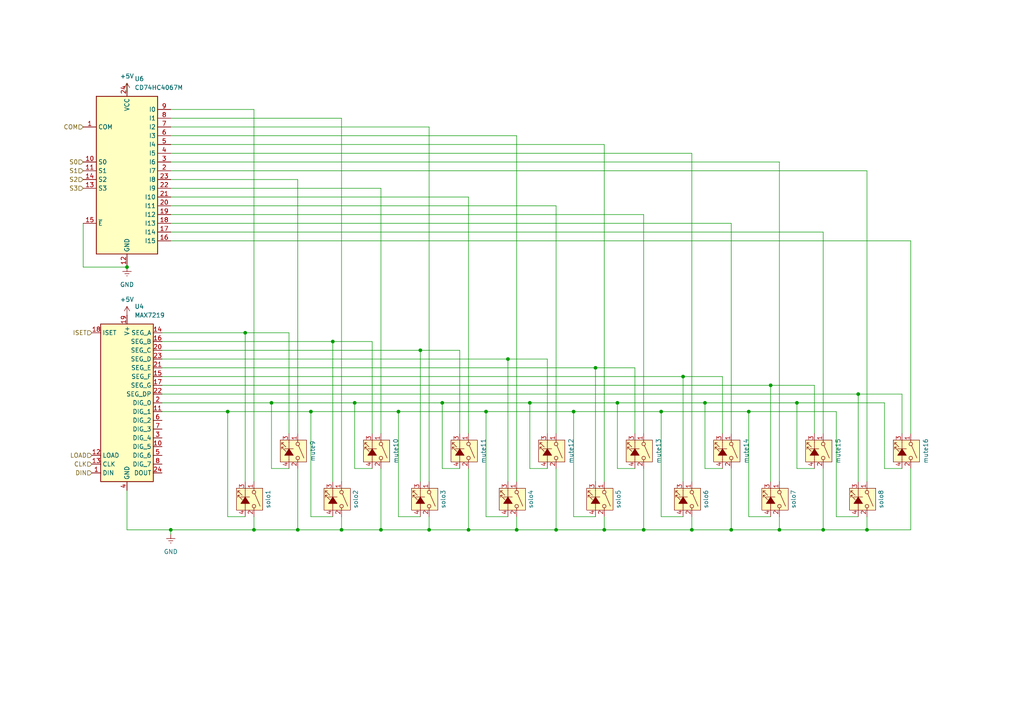
<source format=kicad_sch>
(kicad_sch (version 20231120) (generator "eeschema") (generator_version "8.0")
  (paper "A4")
  (lib_symbols
    (symbol "74xx:CD74HC4067M"
      (property "Reference" "U" (at -8.89 22.86 0))
      (property "Value" "CD74HC4067M" (at 1.27 22.86 0))
      (symbol "CD74HC4067M_0_1"
        (rectangle (start -8.89 21.59) (end 8.89 -24.13) (stroke (width 0.254)) (fill (type background)))
      )
      (symbol "CD74HC4067M_1_1"
        (pin passive line (at -12.7 12.7 0) (length 3.81) (name "COM") (number "1"))
        (pin input line (at -12.7 2.54 0) (length 3.81) (name "S0") (number "10"))
        (pin input line (at -12.7 0 0) (length 3.81) (name "S1") (number "11"))
        (pin power_in line (at 0 -27.94 90) (length 3.81) (name "GND") (number "12"))
        (pin input line (at -12.7 -5.08 0) (length 3.81) (name "S3") (number "13"))
        (pin input line (at -12.7 -2.54 0) (length 3.81) (name "S2") (number "14"))
        (pin input line (at -12.7 -15.24 0) (length 3.81) (name "~{E}") (number "15"))
        (pin passive line (at 12.7 -20.32 180) (length 3.81) (name "I15") (number "16"))
        (pin passive line (at 12.7 -17.78 180) (length 3.81) (name "I14") (number "17"))
        (pin passive line (at 12.7 -15.24 180) (length 3.81) (name "I13") (number "18"))
        (pin passive line (at 12.7 -12.7 180) (length 3.81) (name "I12") (number "19"))
        (pin passive line (at 12.7 0 180) (length 3.81) (name "I7") (number "2"))
        (pin passive line (at 12.7 -10.16 180) (length 3.81) (name "I11") (number "20"))
        (pin passive line (at 12.7 -7.62 180) (length 3.81) (name "I10") (number "21"))
        (pin passive line (at 12.7 -5.08 180) (length 3.81) (name "I9") (number "22"))
        (pin passive line (at 12.7 -2.54 180) (length 3.81) (name "I8") (number "23"))
        (pin power_in line (at 0 25.4 270) (length 3.81) (name "VCC") (number "24"))
        (pin passive line (at 12.7 2.54 180) (length 3.81) (name "I6") (number "3"))
        (pin passive line (at 12.7 5.08 180) (length 3.81) (name "I5") (number "4"))
        (pin passive line (at 12.7 7.62 180) (length 3.81) (name "I4") (number "5"))
        (pin passive line (at 12.7 10.16 180) (length 3.81) (name "I3") (number "6"))
        (pin passive line (at 12.7 12.7 180) (length 3.81) (name "I2") (number "7"))
        (pin passive line (at 12.7 15.24 180) (length 3.81) (name "I1") (number "8"))
        (pin passive line (at 12.7 17.78 180) (length 3.81) (name "I0") (number "9"))
      )
    )
    (symbol "Driver_LED:MAX7219"
      (property "Reference" "U" (at -6.35 24.13 0))
      (property "Value" "MAX7219" (at 1.27 25.4 0))
      (symbol "MAX7219_0_1"
        (rectangle (start -7.62 22.86) (end 7.62 -22.86) (stroke (width 0.254)) (fill (type background)))
      )
      (symbol "MAX7219_1_1"
        (pin input line (at -10.16 -20.32 0) (length 2.54) (name "DIN") (number "1"))
        (pin output line (at 10.16 -12.7 180) (length 2.54) (name "DIG_5") (number "10"))
        (pin output line (at 10.16 -2.54 180) (length 2.54) (name "DIG_1") (number "11"))
        (pin input line (at -10.16 -15.24 0) (length 2.54) (name "LOAD") (number "12"))
        (pin input line (at -10.16 -17.78 0) (length 2.54) (name "CLK") (number "13"))
        (pin output line (at 10.16 20.32 180) (length 2.54) (name "SEG_A") (number "14"))
        (pin output line (at 10.16 7.62 180) (length 2.54) (name "SEG_F") (number "15"))
        (pin output line (at 10.16 17.78 180) (length 2.54) (name "SEG_B") (number "16"))
        (pin output line (at 10.16 5.08 180) (length 2.54) (name "SEG_G") (number "17"))
        (pin input line (at -10.16 20.32 0) (length 2.54) (name "ISET") (number "18"))
        (pin power_in line (at 0 25.4 270) (length 2.54) (name "V+") (number "19"))
        (pin output line (at 10.16 0 180) (length 2.54) (name "DIG_0") (number "2"))
        (pin output line (at 10.16 15.24 180) (length 2.54) (name "SEG_C") (number "20"))
        (pin output line (at 10.16 10.16 180) (length 2.54) (name "SEG_E") (number "21"))
        (pin output line (at 10.16 2.54 180) (length 2.54) (name "SEG_DP") (number "22"))
        (pin output line (at 10.16 12.7 180) (length 2.54) (name "SEG_D") (number "23"))
        (pin output line (at 10.16 -20.32 180) (length 2.54) (name "DOUT") (number "24"))
        (pin output line (at 10.16 -10.16 180) (length 2.54) (name "DIG_4") (number "3"))
        (pin power_in line (at 0 -25.4 90) (length 2.54) (name "GND") (number "4"))
        (pin output line (at 10.16 -15.24 180) (length 2.54) (name "DIG_6") (number "5"))
        (pin output line (at 10.16 -5.08 180) (length 2.54) (name "DIG_2") (number "6"))
        (pin output line (at 10.16 -7.62 180) (length 2.54) (name "DIG_3") (number "7"))
        (pin output line (at 10.16 -17.78 180) (length 2.54) (name "DIG_7") (number "8"))
        (pin passive line (at 0 -25.4 90) (length 2.54) hide (name "GND") (number "9"))
      )
    )
    (symbol "Switch:SW_SPST_LED" (pin_names (offset 1.016) hide)
      (property "Reference" "SW" (at 0 6.35 0))
      (property "Value" "SW_SPST_LED" (at 0 -3.81 0))
      (symbol "SW_SPST_LED_0_0"
        (polyline (pts (xy -2.54 0) (xy 2.54 0)))
        (polyline (pts (xy -2.413 -2.159) (xy -1.143 -0.889)))
        (polyline (pts (xy -1.143 -2.159) (xy 0.127 -0.889)))
        (polyline (pts (xy -0.635 1.27) (xy -0.635 -1.27)))
        (polyline (pts (xy -2.413 -1.524) (xy -2.413 -2.159) (xy -1.778 -2.159)))
        (polyline (pts (xy -1.143 -1.524) (xy -1.143 -2.159) (xy -0.508 -2.159)))
        (polyline (pts (xy -0.635 0) (xy 1.27 1.27) (xy 1.27 -1.27) (xy -0.635 0)) (fill (type outline)))
      )
      (symbol "SW_SPST_LED_0_1"
        (circle (center -2.032 2.54) (radius 0.508))
        (polyline (pts (xy -1.524 2.794) (xy 2.032 4.318)))
        (circle (center 2.032 2.54) (radius 0.508))
        (pin passive line (at -5.08 2.54 0) (length 2.54) (name "1") (number "1"))
        (pin passive line (at 5.08 2.54 180) (length 2.54) (name "2") (number "2"))
        (pin passive line (at -5.08 0 0) (length 2.54) (name "K") (number "3"))
        (pin passive line (at 5.08 0 180) (length 2.54) (name "A") (number "4"))
      )
      (symbol "SW_SPST_LED_1_1"
        (rectangle (start -3.175 5.08) (end 3.175 -2.54) (fill (type background)))
      )
    )
    (symbol "power:+5V" (power) (pin_numbers hide) (pin_names (offset 0) hide)
      (property "Value" "+5V" (at 0 3.556 0))
      (symbol "+5V_0_1"
        (polyline (pts (xy -0.762 1.27) (xy 0 2.54)))
        (polyline (pts (xy 0 0) (xy 0 2.54)))
        (polyline (pts (xy 0 2.54) (xy 0.762 1.27)))
      )
      (symbol "+5V_1_1"
        (pin power_in line (at 0 0 90) (length 0) (name "~") (number "1"))
      )
    )
    (symbol "power:Earth" (power) (pin_numbers hide) (pin_names (offset 0) hide)
      (property "Value" "Earth" (at 0 -3.81 0))
      (symbol "Earth_0_1"
        (polyline (pts (xy -0.635 -1.905) (xy 0.635 -1.905)))
        (polyline (pts (xy -0.127 -2.54) (xy 0.127 -2.54)))
        (polyline (pts (xy 0 -1.27) (xy 0 0)))
        (polyline (pts (xy 1.27 -1.27) (xy -1.27 -1.27)))
      )
      (symbol "Earth_1_1"
        (pin power_in line (at 0 0 270) (length 0) (name "~") (number "1"))
      )
    )
  )
  (junction (at 175.26 153.67))
  (junction (at 147.32 104.14))
  (junction (at 140.97 119.38))
  (junction (at 166.37 119.38))
  (junction (at 248.92 114.3))
  (junction (at 179.07 116.84))
  (junction (at 200.66 153.67))
  (junction (at 251.46 153.67))
  (junction (at 36.83 77.47))
  (junction (at 231.14 116.84))
  (junction (at 186.69 153.67))
  (junction (at 238.76 153.67))
  (junction (at 128.27 116.84))
  (junction (at 135.89 153.67))
  (junction (at 78.74 116.84))
  (junction (at 172.72 106.68))
  (junction (at 124.46 153.67))
  (junction (at 99.06 153.67))
  (junction (at 102.87 116.84))
  (junction (at 223.52 111.76))
  (junction (at 121.92 101.6))
  (junction (at 191.77 119.38))
  (junction (at 212.09 153.67))
  (junction (at 90.17 119.38))
  (junction (at 115.57 119.38))
  (junction (at 161.29 153.67))
  (junction (at 217.17 119.38))
  (junction (at 149.86 153.67))
  (junction (at 153.67 116.84))
  (junction (at 86.36 153.67))
  (junction (at 96.52 99.06))
  (junction (at 71.12 96.52))
  (junction (at 204.47 116.84))
  (junction (at 66.04 119.38))
  (junction (at 49.53 153.67))
  (junction (at 226.06 153.67))
  (junction (at 198.12 109.22))
  (junction (at 110.49 153.67))
  (junction (at 73.66 153.67))
  (wire (pts (xy 96.52 139.7) (xy 96.52 99.06)))
  (wire (pts (xy 135.89 153.67) (xy 149.86 153.67)))
  (wire (pts (xy 209.55 125.73) (xy 209.55 109.22)))
  (wire (pts (xy 172.72 149.86) (xy 166.37 149.86)))
  (wire (pts (xy 147.32 149.86) (xy 140.97 149.86)))
  (wire (pts (xy 124.46 153.67) (xy 135.89 153.67)))
  (wire (pts (xy 175.26 41.91) (xy 175.26 139.7)))
  (wire (pts (xy 90.17 149.86) (xy 90.17 119.38)))
  (wire (pts (xy 78.74 135.89) (xy 78.74 116.84)))
  (wire (pts (xy 149.86 39.37) (xy 149.86 139.7)))
  (wire (pts (xy 166.37 149.86) (xy 166.37 119.38)))
  (wire (pts (xy 153.67 116.84) (xy 179.07 116.84)))
  (wire (pts (xy 133.35 125.73) (xy 133.35 101.6)))
  (wire (pts (xy 73.66 149.86) (xy 73.66 153.67)))
  (wire (pts (xy 46.99 101.6) (xy 121.92 101.6)))
  (wire (pts (xy 264.16 153.67) (xy 264.16 135.89)))
  (wire (pts (xy 133.35 135.89) (xy 128.27 135.89)))
  (wire (pts (xy 49.53 31.75) (xy 73.66 31.75)))
  (wire (pts (xy 83.82 125.73) (xy 83.82 96.52)))
  (wire (pts (xy 135.89 153.67) (xy 135.89 135.89)))
  (wire (pts (xy 24.13 77.47) (xy 36.83 77.47)))
  (wire (pts (xy 209.55 135.89) (xy 204.47 135.89)))
  (wire (pts (xy 36.83 24.13) (xy 36.83 26.67)))
  (wire (pts (xy 264.16 69.85) (xy 264.16 125.73)))
  (wire (pts (xy 49.53 153.67) (xy 49.53 154.94)))
  (wire (pts (xy 184.15 135.89) (xy 179.07 135.89)))
  (wire (pts (xy 46.99 119.38) (xy 66.04 119.38)))
  (wire (pts (xy 49.53 46.99) (xy 226.06 46.99)))
  (wire (pts (xy 147.32 104.14) (xy 158.75 104.14)))
  (wire (pts (xy 149.86 153.67) (xy 161.29 153.67)))
  (wire (pts (xy 248.92 139.7) (xy 248.92 114.3)))
  (wire (pts (xy 46.99 109.22) (xy 198.12 109.22)))
  (wire (pts (xy 161.29 153.67) (xy 161.29 135.89)))
  (wire (pts (xy 256.54 135.89) (xy 256.54 116.84)))
  (wire (pts (xy 256.54 135.89) (xy 261.62 135.89)))
  (wire (pts (xy 186.69 62.23) (xy 186.69 125.73)))
  (wire (pts (xy 212.09 64.77) (xy 212.09 125.73)))
  (wire (pts (xy 135.89 57.15) (xy 135.89 125.73)))
  (wire (pts (xy 251.46 153.67) (xy 264.16 153.67)))
  (wire (pts (xy 158.75 135.89) (xy 153.67 135.89)))
  (wire (pts (xy 36.83 142.24) (xy 36.83 153.67)))
  (wire (pts (xy 198.12 139.7) (xy 198.12 109.22)))
  (wire (pts (xy 110.49 54.61) (xy 110.49 125.73)))
  (wire (pts (xy 198.12 149.86) (xy 191.77 149.86)))
  (wire (pts (xy 175.26 153.67) (xy 186.69 153.67)))
  (wire (pts (xy 86.36 153.67) (xy 99.06 153.67)))
  (wire (pts (xy 161.29 59.69) (xy 161.29 125.73)))
  (wire (pts (xy 179.07 135.89) (xy 179.07 116.84)))
  (wire (pts (xy 66.04 119.38) (xy 90.17 119.38)))
  (wire (pts (xy 49.53 62.23) (xy 186.69 62.23)))
  (wire (pts (xy 83.82 135.89) (xy 78.74 135.89)))
  (wire (pts (xy 198.12 109.22) (xy 209.55 109.22)))
  (wire (pts (xy 238.76 67.31) (xy 238.76 125.73)))
  (wire (pts (xy 217.17 149.86) (xy 217.17 119.38)))
  (wire (pts (xy 217.17 119.38) (xy 242.57 119.38)))
  (wire (pts (xy 49.53 34.29) (xy 99.06 34.29)))
  (wire (pts (xy 124.46 36.83) (xy 124.46 139.7)))
  (wire (pts (xy 236.22 125.73) (xy 236.22 111.76)))
  (wire (pts (xy 49.53 44.45) (xy 200.66 44.45)))
  (wire (pts (xy 46.99 96.52) (xy 71.12 96.52)))
  (wire (pts (xy 86.36 135.89) (xy 86.36 153.67)))
  (wire (pts (xy 175.26 149.86) (xy 175.26 153.67)))
  (wire (pts (xy 140.97 119.38) (xy 166.37 119.38)))
  (wire (pts (xy 49.53 57.15) (xy 135.89 57.15)))
  (wire (pts (xy 128.27 116.84) (xy 153.67 116.84)))
  (wire (pts (xy 236.22 135.89) (xy 231.14 135.89)))
  (wire (pts (xy 124.46 149.86) (xy 124.46 153.67)))
  (wire (pts (xy 261.62 125.73) (xy 261.62 114.3)))
  (wire (pts (xy 204.47 135.89) (xy 204.47 116.84)))
  (wire (pts (xy 121.92 101.6) (xy 133.35 101.6)))
  (wire (pts (xy 147.32 139.7) (xy 147.32 104.14)))
  (wire (pts (xy 36.83 153.67) (xy 49.53 153.67)))
  (wire (pts (xy 172.72 106.68) (xy 184.15 106.68)))
  (wire (pts (xy 49.53 153.67) (xy 73.66 153.67)))
  (wire (pts (xy 158.75 125.73) (xy 158.75 104.14)))
  (wire (pts (xy 49.53 64.77) (xy 212.09 64.77)))
  (wire (pts (xy 212.09 153.67) (xy 200.66 153.67)))
  (wire (pts (xy 184.15 125.73) (xy 184.15 106.68)))
  (wire (pts (xy 251.46 149.86) (xy 251.46 153.67)))
  (wire (pts (xy 107.95 135.89) (xy 102.87 135.89)))
  (wire (pts (xy 71.12 139.7) (xy 71.12 96.52)))
  (wire (pts (xy 121.92 149.86) (xy 115.57 149.86)))
  (wire (pts (xy 191.77 119.38) (xy 217.17 119.38)))
  (wire (pts (xy 223.52 111.76) (xy 223.52 139.7)))
  (wire (pts (xy 140.97 149.86) (xy 140.97 119.38)))
  (wire (pts (xy 191.77 149.86) (xy 191.77 119.38)))
  (wire (pts (xy 200.66 44.45) (xy 200.66 139.7)))
  (wire (pts (xy 226.06 153.67) (xy 212.09 153.67)))
  (wire (pts (xy 73.66 31.75) (xy 73.66 139.7)))
  (wire (pts (xy 96.52 99.06) (xy 107.95 99.06)))
  (wire (pts (xy 238.76 153.67) (xy 226.06 153.67)))
  (wire (pts (xy 251.46 49.53) (xy 251.46 139.7)))
  (wire (pts (xy 49.53 59.69) (xy 161.29 59.69)))
  (wire (pts (xy 90.17 119.38) (xy 115.57 119.38)))
  (wire (pts (xy 110.49 153.67) (xy 124.46 153.67)))
  (wire (pts (xy 115.57 119.38) (xy 115.57 149.86)))
  (wire (pts (xy 223.52 111.76) (xy 236.22 111.76)))
  (wire (pts (xy 49.53 39.37) (xy 149.86 39.37)))
  (wire (pts (xy 99.06 149.86) (xy 99.06 153.67)))
  (wire (pts (xy 107.95 99.06) (xy 107.95 125.73)))
  (wire (pts (xy 46.99 116.84) (xy 78.74 116.84)))
  (wire (pts (xy 231.14 135.89) (xy 231.14 116.84)))
  (wire (pts (xy 121.92 139.7) (xy 121.92 101.6)))
  (wire (pts (xy 49.53 41.91) (xy 175.26 41.91)))
  (wire (pts (xy 49.53 67.31) (xy 238.76 67.31)))
  (wire (pts (xy 226.06 149.86) (xy 226.06 153.67)))
  (wire (pts (xy 49.53 49.53) (xy 251.46 49.53)))
  (wire (pts (xy 49.53 52.07) (xy 86.36 52.07)))
  (wire (pts (xy 161.29 153.67) (xy 175.26 153.67)))
  (wire (pts (xy 46.99 111.76) (xy 223.52 111.76)))
  (wire (pts (xy 166.37 119.38) (xy 191.77 119.38)))
  (wire (pts (xy 248.92 114.3) (xy 261.62 114.3)))
  (wire (pts (xy 49.53 36.83) (xy 124.46 36.83)))
  (wire (pts (xy 212.09 153.67) (xy 212.09 135.89)))
  (wire (pts (xy 179.07 116.84) (xy 204.47 116.84)))
  (wire (pts (xy 204.47 116.84) (xy 231.14 116.84)))
  (wire (pts (xy 49.53 69.85) (xy 264.16 69.85)))
  (wire (pts (xy 71.12 149.86) (xy 66.04 149.86)))
  (wire (pts (xy 226.06 46.99) (xy 226.06 139.7)))
  (wire (pts (xy 186.69 153.67) (xy 186.69 135.89)))
  (wire (pts (xy 78.74 116.84) (xy 102.87 116.84)))
  (wire (pts (xy 238.76 153.67) (xy 251.46 153.67)))
  (wire (pts (xy 242.57 149.86) (xy 248.92 149.86)))
  (wire (pts (xy 99.06 153.67) (xy 110.49 153.67)))
  (wire (pts (xy 238.76 153.67) (xy 238.76 135.89)))
  (wire (pts (xy 231.14 116.84) (xy 256.54 116.84)))
  (wire (pts (xy 200.66 149.86) (xy 200.66 153.67)))
  (wire (pts (xy 149.86 149.86) (xy 149.86 153.67)))
  (wire (pts (xy 46.99 104.14) (xy 147.32 104.14)))
  (wire (pts (xy 66.04 149.86) (xy 66.04 119.38)))
  (wire (pts (xy 223.52 149.86) (xy 217.17 149.86)))
  (wire (pts (xy 115.57 119.38) (xy 140.97 119.38)))
  (wire (pts (xy 46.99 114.3) (xy 248.92 114.3)))
  (wire (pts (xy 71.12 96.52) (xy 83.82 96.52)))
  (wire (pts (xy 102.87 116.84) (xy 128.27 116.84)))
  (wire (pts (xy 128.27 135.89) (xy 128.27 116.84)))
  (wire (pts (xy 172.72 139.7) (xy 172.72 106.68)))
  (wire (pts (xy 153.67 135.89) (xy 153.67 116.84)))
  (wire (pts (xy 86.36 52.07) (xy 86.36 125.73)))
  (wire (pts (xy 46.99 106.68) (xy 172.72 106.68)))
  (wire (pts (xy 24.13 64.77) (xy 24.13 77.47)))
  (wire (pts (xy 49.53 54.61) (xy 110.49 54.61)))
  (wire (pts (xy 96.52 149.86) (xy 90.17 149.86)))
  (wire (pts (xy 99.06 34.29) (xy 99.06 139.7)))
  (wire (pts (xy 73.66 153.67) (xy 86.36 153.67)))
  (wire (pts (xy 186.69 153.67) (xy 200.66 153.67)))
  (wire (pts (xy 46.99 99.06) (xy 96.52 99.06)))
  (wire (pts (xy 102.87 135.89) (xy 102.87 116.84)))
  (wire (pts (xy 110.49 153.67) (xy 110.49 135.89)))
  (wire (pts (xy 242.57 119.38) (xy 242.57 149.86)))
  (hierarchical_label "ISET" (shape input) (at 26.67 96.52 180))
  (hierarchical_label "S2" (shape input) (at 24.13 52.07 180))
  (hierarchical_label "S3" (shape input) (at 24.13 54.61 180))
  (hierarchical_label "CLK" (shape input) (at 26.67 134.62 180))
  (hierarchical_label "S1" (shape input) (at 24.13 49.53 180))
  (hierarchical_label "COM" (shape input) (at 24.13 36.83 180))
  (hierarchical_label "LOAD" (shape input) (at 26.67 132.08 180))
  (hierarchical_label "S0" (shape input) (at 24.13 46.99 180))
  (hierarchical_label "DIN" (shape input) (at 26.67 137.16 180))
  (symbol (lib_id "Switch:SW_SPST_LED") (at 83.82 130.81 270) (unit 1)
    (property "Reference" "mute9" (at 90.678 130.81 0))
    (property "Value" "SW_SPST_LED" (effects (hide yes)))
    (property "Description" "Single Pole Single Throw (SPST) switch with LED, generic" (effects (hide yes)))
  )
  (symbol (lib_id "Switch:SW_SPST_LED") (at 121.92 144.78 270) (unit 1)
    (property "Reference" "solo3" (at 128.524 144.78 0))
    (property "Value" "SW_SPST_LED" (effects (hide yes)))
    (property "Description" "Single Pole Single Throw (SPST) switch with LED, generic" (effects (hide yes)))
  )
  (symbol (lib_id "Switch:SW_SPST_LED") (at 96.52 144.78 270) (unit 1)
    (property "Reference" "solo2" (at 103.124 144.78 0))
    (property "Value" "SW_SPST_LED" (effects (hide yes)))
    (property "Description" "Single Pole Single Throw (SPST) switch with LED, generic" (effects (hide yes)))
  )
  (symbol (lib_id "Switch:SW_SPST_LED") (at 107.95 130.81 270) (unit 1)
    (property "Reference" "mute10" (at 114.808 130.81 0))
    (property "Value" "SW_SPST_LED" (effects (hide yes)))
    (property "Description" "Single Pole Single Throw (SPST) switch with LED, generic" (effects (hide yes)))
  )
  (symbol (lib_id "Switch:SW_SPST_LED") (at 236.22 130.81 270) (unit 1)
    (property "Reference" "mute15" (at 243.078 130.81 0))
    (property "Value" "SW_SPST_LED" (effects (hide yes)))
    (property "Description" "Single Pole Single Throw (SPST) switch with LED, generic" (effects (hide yes)))
  )
  (symbol (lib_id "power:+5V") (at 36.83 91.44 0) (unit 1)
    (property "Reference" "#PWR06" (effects (hide yes)))
    (property "Value" "+5V" (at 36.83 86.868 0))
    (property "Description" "Power symbol creates a global label with name \"+5V\"" (effects (hide yes)))
  )
  (symbol (lib_id "74xx:CD74HC4067M") (at 36.83 49.53 0) (unit 1)
    (property "Reference" "U6" (at 39.0241 22.86 0) (effects (justify left)))
    (property "Value" "CD74HC4067M" (at 39.0241 25.4 0) (effects (justify left)))
    (property "Footprint" "Package_SO:SOIC-24W_7.5x15.4mm_P1.27mm" (effects (hide yes)))
    (property "Datasheet" "http://www.ti.com/lit/ds/symlink/cd74hc4067.pdf" (effects (hide yes)))
    (property "Description" "High-Speed CMOS Logic 16-Channel Analog Multiplexer/Demultiplexer, SOIC-24" (effects (hide yes)))
  )
  (symbol (lib_id "power:Earth") (at 49.53 154.94 0) (unit 1)
    (property "Reference" "#PWR04" (effects (hide yes)))
    (property "Value" "GND" (at 49.53 160.02 0))
    (property "Description" "Power symbol creates a global label with name \"Earth\"" (effects (hide yes)))
  )
  (symbol (lib_id "Switch:SW_SPST_LED") (at 172.72 144.78 270) (unit 1)
    (property "Reference" "solo5" (at 179.324 144.78 0))
    (property "Value" "SW_SPST_LED" (effects (hide yes)))
    (property "Description" "Single Pole Single Throw (SPST) switch with LED, generic" (effects (hide yes)))
  )
  (symbol (lib_id "Switch:SW_SPST_LED") (at 261.62 130.81 270) (unit 1)
    (property "Reference" "mute16" (at 268.478 130.81 0))
    (property "Value" "SW_SPST_LED" (effects (hide yes)))
    (property "Description" "Single Pole Single Throw (SPST) switch with LED, generic" (effects (hide yes)))
  )
  (symbol (lib_id "Switch:SW_SPST_LED") (at 71.12 144.78 270) (unit 1)
    (property "Reference" "solo1" (at 77.724 144.78 0))
    (property "Value" "SW_SPST_LED" (effects (hide yes)))
    (property "Description" "Single Pole Single Throw (SPST) switch with LED, generic" (effects (hide yes)))
  )
  (symbol (lib_id "Switch:SW_SPST_LED") (at 184.15 130.81 270) (unit 1)
    (property "Reference" "mute13" (at 191.008 130.81 0))
    (property "Value" "SW_SPST_LED" (effects (hide yes)))
    (property "Description" "Single Pole Single Throw (SPST) switch with LED, generic" (effects (hide yes)))
  )
  (symbol (lib_id "power:Earth") (at 36.83 77.47 0) (unit 1)
    (property "Reference" "#PWR07" (effects (hide yes)))
    (property "Value" "GND" (at 36.83 82.55 0))
    (property "Description" "Power symbol creates a global label with name \"Earth\"" (effects (hide yes)))
  )
  (symbol (lib_id "Switch:SW_SPST_LED") (at 248.92 144.78 270) (unit 1)
    (property "Reference" "solo8" (at 255.524 144.78 0))
    (property "Value" "SW_SPST_LED" (effects (hide yes)))
    (property "Description" "Single Pole Single Throw (SPST) switch with LED, generic" (effects (hide yes)))
  )
  (symbol (lib_id "Switch:SW_SPST_LED") (at 223.52 144.78 270) (unit 1)
    (property "Reference" "solo7" (at 230.124 144.78 0))
    (property "Value" "SW_SPST_LED" (effects (hide yes)))
    (property "Description" "Single Pole Single Throw (SPST) switch with LED, generic" (effects (hide yes)))
  )
  (symbol (lib_id "Driver_LED:MAX7219") (at 36.83 116.84 0) (unit 1)
    (property "Reference" "U4" (at 39.0241 88.9 0) (effects (justify left)))
    (property "Value" "MAX7219" (at 39.0241 91.44 0) (effects (justify left)))
    (property "Datasheet" "https://datasheets.maximintegrated.com/en/ds/MAX7219-MAX7221.pdf" (effects (hide yes)))
    (property "Description" "8-Digit LED Display Driver" (effects (hide yes)))
  )
  (symbol (lib_id "Switch:SW_SPST_LED") (at 133.35 130.81 270) (unit 1)
    (property "Reference" "mute11" (at 140.208 130.81 0))
    (property "Value" "SW_SPST_LED" (effects (hide yes)))
    (property "Description" "Single Pole Single Throw (SPST) switch with LED, generic" (effects (hide yes)))
  )
  (symbol (lib_id "Switch:SW_SPST_LED") (at 198.12 144.78 270) (unit 1)
    (property "Reference" "solo6" (at 204.724 144.78 0))
    (property "Value" "SW_SPST_LED" (effects (hide yes)))
    (property "Description" "Single Pole Single Throw (SPST) switch with LED, generic" (effects (hide yes)))
  )
  (symbol (lib_id "Switch:SW_SPST_LED") (at 147.32 144.78 270) (unit 1)
    (property "Reference" "solo4" (at 153.924 144.78 0))
    (property "Value" "SW_SPST_LED" (effects (hide yes)))
    (property "Description" "Single Pole Single Throw (SPST) switch with LED, generic" (effects (hide yes)))
  )
  (symbol (lib_id "Switch:SW_SPST_LED") (at 209.55 130.81 270) (unit 1)
    (property "Reference" "mute14" (at 216.408 130.81 0))
    (property "Value" "SW_SPST_LED" (effects (hide yes)))
    (property "Description" "Single Pole Single Throw (SPST) switch with LED, generic" (effects (hide yes)))
  )
  (symbol (lib_id "power:+5V") (at 36.83 26.67 0) (unit 1)
    (property "Reference" "#PWR05" (effects (hide yes)))
    (property "Value" "+5V" (at 36.83 22.098 0))
    (property "Description" "Power symbol creates a global label with name \"+5V\"" (effects (hide yes)))
  )
  (symbol (lib_id "Switch:SW_SPST_LED") (at 158.75 130.81 270) (unit 1)
    (property "Reference" "mute12" (at 165.608 130.81 0))
    (property "Value" "SW_SPST_LED" (effects (hide yes)))
    (property "Description" "Single Pole Single Throw (SPST) switch with LED, generic" (effects (hide yes)))
  )
)
</source>
